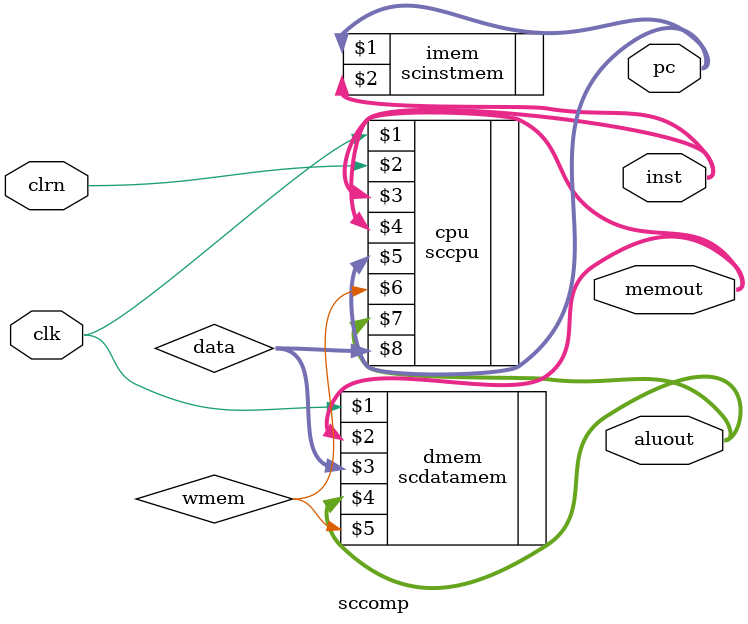
<source format=v>
`include "sccpu.v"
`include "scinstmem.v"
`include "scdatamem.v"

module sccomp (clk,clrn,inst,pc,aluout,memout);
    input         clk, clrn;
    output [31:0] pc;
    output [31:0] inst;
    output [31:0] aluout;
    output [31:0] memout;
    wire   [31:0] data;
    wire          wmem;

    // 单周期CPU模块
    // 输入：inst, memout, clk, clrn
    // 输入取出的指令 以及 取出的数据
    // 输出：pc, aluout, data, wmem
    // 下一条PC的地址，计算结果（如果需要操作mem则为地址否则没用），要写入mem的data
    sccpu cpu (clk,clrn,inst,memout,pc,wmem,aluout,data);
    // instruction memory 指令存储器模块
    // 输入：pc  pc为地址
    // 输出：inst  取出的指令
    scinstmem imem (pc,inst);
    // data memory 数据存储器模块
    // 输入：clk, wmem, data, aluout
    // 如果需要写入 wmem时，aluout 作为写入的地址
    // wmem 写存储器使能
    // data 要写入的值
    // 输出：memout
    // 写入和读取都使用一个地址
    scdatamem dmem (clk,memout,data,aluout,wmem);
endmodule

</source>
